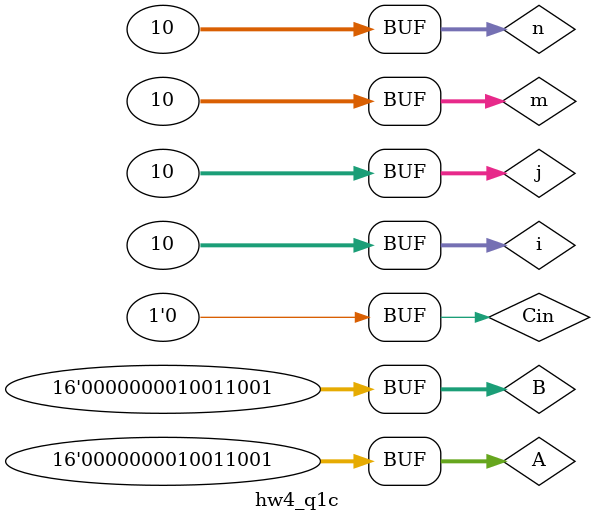
<source format=v>
module hw4_q1c;

  integer i, j, m, n;
  reg [15:0] A, B;
  reg Cin = 1'b0;
  wire [16:0] S;
  
  hw4_q1b DUT ( A, B, Cin, S);

  initial
  begin
    $monitor( $time, " %d%d%d%d + %d%d%d%d = %d%d%d%d%d", A[15:12], A[11:8], A[7:4], A[3:0], B[15:12], B[11:8], B[7:4], B[3:0], S[16], S[15:12], S[11:8], S[7:4], S[3:0]); 
    for( n=0; n<10; n=n+1 )
    for( m=0; m<10; m=m+1 )
      for( i=0; i<10; i=i+1 )
        for( j=0; j<10; j=j+1 )
          begin
            #10 A = i;
                B = j;
                A[7:4] = m;
                B[7:4] = n;
    end
  end

endmodule

</source>
